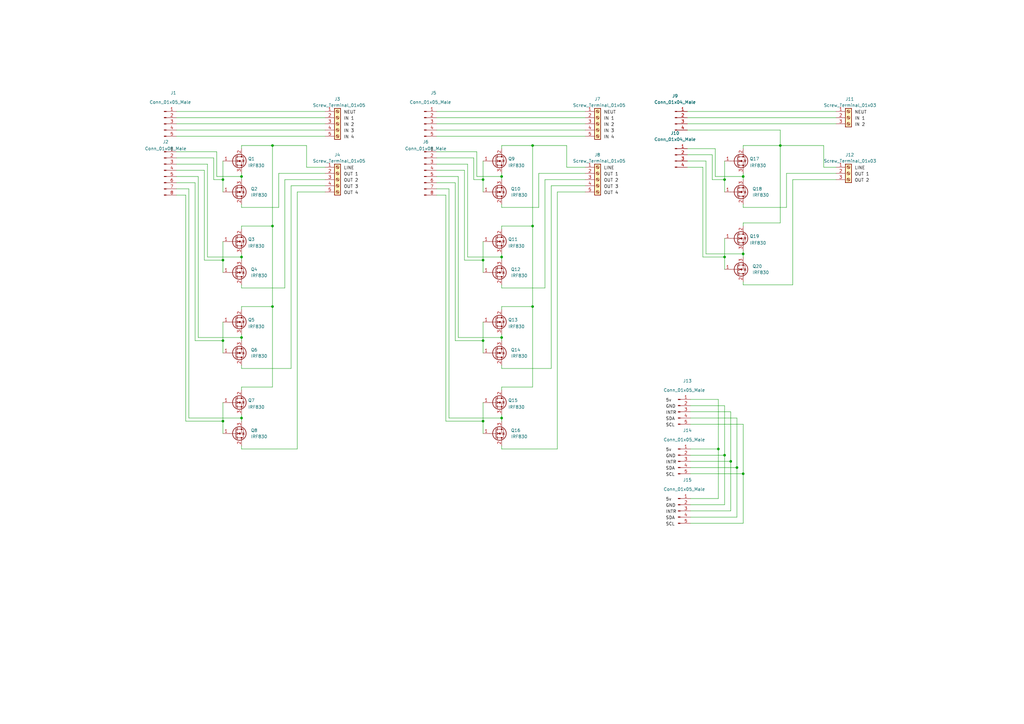
<source format=kicad_sch>
(kicad_sch (version 20211123) (generator eeschema)
  (paper "A3")
  (lib_symbols
    (symbol "Connector:Conn_01x04_Male" (pin_names (offset 1.016) hide)
      (property "Reference" "J" (at 0 5.08 0))
      (property "Value" "Conn_01x04_Male" (at 0 -7.62 0))
      (symbol "Conn_01x04_Male_1_1"
        (polyline (pts (xy 1.27 -5.08) (xy 0.8636 -5.08)) (stroke (width 0.1524)))
        (polyline (pts (xy 1.27 -2.54) (xy 0.8636 -2.54)) (stroke (width 0.1524)))
        (polyline (pts (xy 1.27 0) (xy 0.8636 0)) (stroke (width 0.1524)))
        (polyline (pts (xy 1.27 2.54) (xy 0.8636 2.54)) (stroke (width 0.1524)))
        (rectangle (start 0.8636 -4.953) (end 0 -5.207) (stroke (width 0.1524)) (fill (type outline)))
        (rectangle (start 0.8636 -2.413) (end 0 -2.667) (stroke (width 0.1524)) (fill (type outline)))
        (rectangle (start 0.8636 0.127) (end 0 -0.127) (stroke (width 0.1524)) (fill (type outline)))
        (rectangle (start 0.8636 2.667) (end 0 2.413) (stroke (width 0.1524)) (fill (type outline)))
        (pin passive line (at 5.08 2.54 180) (length 3.81) (name "Pin_1") (number "1"))
        (pin passive line (at 5.08 0 180) (length 3.81) (name "Pin_2") (number "2"))
        (pin passive line (at 5.08 -2.54 180) (length 3.81) (name "Pin_3") (number "3"))
        (pin passive line (at 5.08 -5.08 180) (length 3.81) (name "Pin_4") (number "4"))
      )
    )
    (symbol "Connector:Conn_01x05_Male" (pin_names (offset 1.016) hide)
      (property "Reference" "J" (at 0 7.62 0))
      (property "Value" "Conn_01x05_Male" (at 0 -7.62 0))
      (symbol "Conn_01x05_Male_1_1"
        (polyline (pts (xy 1.27 -5.08) (xy 0.8636 -5.08)) (stroke (width 0.1524)))
        (polyline (pts (xy 1.27 -2.54) (xy 0.8636 -2.54)) (stroke (width 0.1524)))
        (polyline (pts (xy 1.27 0) (xy 0.8636 0)) (stroke (width 0.1524)))
        (polyline (pts (xy 1.27 2.54) (xy 0.8636 2.54)) (stroke (width 0.1524)))
        (polyline (pts (xy 1.27 5.08) (xy 0.8636 5.08)) (stroke (width 0.1524)))
        (rectangle (start 0.8636 -4.953) (end 0 -5.207) (stroke (width 0.1524)) (fill (type outline)))
        (rectangle (start 0.8636 -2.413) (end 0 -2.667) (stroke (width 0.1524)) (fill (type outline)))
        (rectangle (start 0.8636 0.127) (end 0 -0.127) (stroke (width 0.1524)) (fill (type outline)))
        (rectangle (start 0.8636 2.667) (end 0 2.413) (stroke (width 0.1524)) (fill (type outline)))
        (rectangle (start 0.8636 5.207) (end 0 4.953) (stroke (width 0.1524)) (fill (type outline)))
        (pin passive line (at 5.08 5.08 180) (length 3.81) (name "Pin_1") (number "1"))
        (pin passive line (at 5.08 2.54 180) (length 3.81) (name "Pin_2") (number "2"))
        (pin passive line (at 5.08 0 180) (length 3.81) (name "Pin_3") (number "3"))
        (pin passive line (at 5.08 -2.54 180) (length 3.81) (name "Pin_4") (number "4"))
        (pin passive line (at 5.08 -5.08 180) (length 3.81) (name "Pin_5") (number "5"))
      )
    )
    (symbol "Connector:Conn_01x08_Male" (pin_names (offset 1.016) hide)
      (property "Reference" "J" (at 0 10.16 0))
      (property "Value" "Conn_01x08_Male" (at 0 -12.7 0))
      (symbol "Conn_01x08_Male_1_1"
        (polyline (pts (xy 1.27 -10.16) (xy 0.8636 -10.16)) (stroke (width 0.1524)))
        (polyline (pts (xy 1.27 -7.62) (xy 0.8636 -7.62)) (stroke (width 0.1524)))
        (polyline (pts (xy 1.27 -5.08) (xy 0.8636 -5.08)) (stroke (width 0.1524)))
        (polyline (pts (xy 1.27 -2.54) (xy 0.8636 -2.54)) (stroke (width 0.1524)))
        (polyline (pts (xy 1.27 0) (xy 0.8636 0)) (stroke (width 0.1524)))
        (polyline (pts (xy 1.27 2.54) (xy 0.8636 2.54)) (stroke (width 0.1524)))
        (polyline (pts (xy 1.27 5.08) (xy 0.8636 5.08)) (stroke (width 0.1524)))
        (polyline (pts (xy 1.27 7.62) (xy 0.8636 7.62)) (stroke (width 0.1524)))
        (rectangle (start 0.8636 -10.033) (end 0 -10.287) (stroke (width 0.1524)) (fill (type outline)))
        (rectangle (start 0.8636 -7.493) (end 0 -7.747) (stroke (width 0.1524)) (fill (type outline)))
        (rectangle (start 0.8636 -4.953) (end 0 -5.207) (stroke (width 0.1524)) (fill (type outline)))
        (rectangle (start 0.8636 -2.413) (end 0 -2.667) (stroke (width 0.1524)) (fill (type outline)))
        (rectangle (start 0.8636 0.127) (end 0 -0.127) (stroke (width 0.1524)) (fill (type outline)))
        (rectangle (start 0.8636 2.667) (end 0 2.413) (stroke (width 0.1524)) (fill (type outline)))
        (rectangle (start 0.8636 5.207) (end 0 4.953) (stroke (width 0.1524)) (fill (type outline)))
        (rectangle (start 0.8636 7.747) (end 0 7.493) (stroke (width 0.1524)) (fill (type outline)))
        (pin passive line (at 5.08 7.62 180) (length 3.81) (name "Pin_1") (number "1"))
        (pin passive line (at 5.08 5.08 180) (length 3.81) (name "Pin_2") (number "2"))
        (pin passive line (at 5.08 2.54 180) (length 3.81) (name "Pin_3") (number "3"))
        (pin passive line (at 5.08 0 180) (length 3.81) (name "Pin_4") (number "4"))
        (pin passive line (at 5.08 -2.54 180) (length 3.81) (name "Pin_5") (number "5"))
        (pin passive line (at 5.08 -5.08 180) (length 3.81) (name "Pin_6") (number "6"))
        (pin passive line (at 5.08 -7.62 180) (length 3.81) (name "Pin_7") (number "7"))
        (pin passive line (at 5.08 -10.16 180) (length 3.81) (name "Pin_8") (number "8"))
      )
    )
    (symbol "Connector:Screw_Terminal_01x03" (pin_names (offset 1.016) hide)
      (property "Reference" "J" (at 0 5.08 0))
      (property "Value" "Screw_Terminal_01x03" (at 0 -5.08 0))
      (symbol "Screw_Terminal_01x03_1_1"
        (rectangle (start -1.27 3.81) (end 1.27 -3.81) (stroke (width 0.254)) (fill (type background)))
        (circle (center 0 -2.54) (radius 0.635) (stroke (width 0.1524)))
        (polyline (pts (xy -0.5334 -2.2098) (xy 0.3302 -3.048)) (stroke (width 0.1524)))
        (polyline (pts (xy -0.5334 0.3302) (xy 0.3302 -0.508)) (stroke (width 0.1524)))
        (polyline (pts (xy -0.5334 2.8702) (xy 0.3302 2.032)) (stroke (width 0.1524)))
        (polyline (pts (xy -0.3556 -2.032) (xy 0.508 -2.8702)) (stroke (width 0.1524)))
        (polyline (pts (xy -0.3556 0.508) (xy 0.508 -0.3302)) (stroke (width 0.1524)))
        (polyline (pts (xy -0.3556 3.048) (xy 0.508 2.2098)) (stroke (width 0.1524)))
        (circle (center 0 0) (radius 0.635) (stroke (width 0.1524)))
        (circle (center 0 2.54) (radius 0.635) (stroke (width 0.1524)))
        (pin passive line (at -5.08 2.54 0) (length 3.81) (name "Pin_1") (number "1"))
        (pin passive line (at -5.08 0 0) (length 3.81) (name "Pin_2") (number "2"))
        (pin passive line (at -5.08 -2.54 0) (length 3.81) (name "Pin_3") (number "3"))
      )
    )
    (symbol "Connector:Screw_Terminal_01x05" (pin_names (offset 1.016) hide)
      (property "Reference" "J" (at 0 7.62 0))
      (property "Value" "Screw_Terminal_01x05" (at 0 -7.62 0))
      (symbol "Screw_Terminal_01x05_1_1"
        (rectangle (start -1.27 6.35) (end 1.27 -6.35) (stroke (width 0.254)) (fill (type background)))
        (circle (center 0 -5.08) (radius 0.635) (stroke (width 0.1524)))
        (circle (center 0 -2.54) (radius 0.635) (stroke (width 0.1524)))
        (polyline (pts (xy -0.5334 -4.7498) (xy 0.3302 -5.588)) (stroke (width 0.1524)))
        (polyline (pts (xy -0.5334 -2.2098) (xy 0.3302 -3.048)) (stroke (width 0.1524)))
        (polyline (pts (xy -0.5334 0.3302) (xy 0.3302 -0.508)) (stroke (width 0.1524)))
        (polyline (pts (xy -0.5334 2.8702) (xy 0.3302 2.032)) (stroke (width 0.1524)))
        (polyline (pts (xy -0.5334 5.4102) (xy 0.3302 4.572)) (stroke (width 0.1524)))
        (polyline (pts (xy -0.3556 -4.572) (xy 0.508 -5.4102)) (stroke (width 0.1524)))
        (polyline (pts (xy -0.3556 -2.032) (xy 0.508 -2.8702)) (stroke (width 0.1524)))
        (polyline (pts (xy -0.3556 0.508) (xy 0.508 -0.3302)) (stroke (width 0.1524)))
        (polyline (pts (xy -0.3556 3.048) (xy 0.508 2.2098)) (stroke (width 0.1524)))
        (polyline (pts (xy -0.3556 5.588) (xy 0.508 4.7498)) (stroke (width 0.1524)))
        (circle (center 0 0) (radius 0.635) (stroke (width 0.1524)))
        (circle (center 0 2.54) (radius 0.635) (stroke (width 0.1524)))
        (circle (center 0 5.08) (radius 0.635) (stroke (width 0.1524)))
        (pin passive line (at -5.08 5.08 0) (length 3.81) (name "Pin_1") (number "1"))
        (pin passive line (at -5.08 2.54 0) (length 3.81) (name "Pin_2") (number "2"))
        (pin passive line (at -5.08 0 0) (length 3.81) (name "Pin_3") (number "3"))
        (pin passive line (at -5.08 -2.54 0) (length 3.81) (name "Pin_4") (number "4"))
        (pin passive line (at -5.08 -5.08 0) (length 3.81) (name "Pin_5") (number "5"))
      )
    )
    (symbol "Transistor_FET:IRF740" (pin_names hide)
      (property "Reference" "Q" (at 6.35 1.905 0))
      (property "Value" "IRF740" (at 6.35 0 0))
      (symbol "IRF740_0_1"
        (polyline (pts (xy 0.254 0) (xy -2.54 0)))
        (polyline (pts (xy 0.254 1.905) (xy 0.254 -1.905)) (stroke (width 0.254)))
        (polyline (pts (xy 0.762 -1.27) (xy 0.762 -2.286)) (stroke (width 0.254)))
        (polyline (pts (xy 0.762 0.508) (xy 0.762 -0.508)) (stroke (width 0.254)))
        (polyline (pts (xy 0.762 2.286) (xy 0.762 1.27)) (stroke (width 0.254)))
        (polyline (pts (xy 2.54 2.54) (xy 2.54 1.778)))
        (polyline (pts (xy 2.54 -2.54) (xy 2.54 0) (xy 0.762 0)))
        (polyline (pts (xy 0.762 -1.778) (xy 3.302 -1.778) (xy 3.302 1.778) (xy 0.762 1.778)))
        (polyline (pts (xy 1.016 0) (xy 2.032 0.381) (xy 2.032 -0.381) (xy 1.016 0)) (fill (type outline)))
        (polyline (pts (xy 2.794 0.508) (xy 2.921 0.381) (xy 3.683 0.381) (xy 3.81 0.254)))
        (polyline (pts (xy 3.302 0.381) (xy 2.921 -0.254) (xy 3.683 -0.254) (xy 3.302 0.381)))
        (circle (center 1.651 0) (radius 2.794) (stroke (width 0.254)))
        (circle (center 2.54 -1.778) (radius 0.254) (fill (type outline)))
        (circle (center 2.54 1.778) (radius 0.254) (fill (type outline)))
      )
      (symbol "IRF740_1_1"
        (pin input line (at -5.08 0 0) (length 2.54) (name "G") (number "1"))
        (pin passive line (at 2.54 5.08 270) (length 2.54) (name "D") (number "2"))
        (pin passive line (at 2.54 -5.08 90) (length 2.54) (name "S") (number "3"))
      )
    )
  )
  (junction (at 198.12 106.68))
  (junction (at 198.12 172.72))
  (junction (at 91.44 139.7))
  (junction (at 304.8 72.39))
  (junction (at 205.74 72.39))
  (junction (at 99.06 105.41))
  (junction (at 91.44 73.66))
  (junction (at 198.12 73.66))
  (junction (at 297.18 186.69))
  (junction (at 218.44 125.73))
  (junction (at 297.18 105.41))
  (junction (at 111.76 92.71))
  (junction (at 111.76 59.69))
  (junction (at 111.76 125.73))
  (junction (at 218.44 92.71))
  (junction (at 205.74 105.41))
  (junction (at 198.12 139.7))
  (junction (at 304.8 104.14))
  (junction (at 91.44 106.68))
  (junction (at 91.44 172.72))
  (junction (at 304.8 194.31))
  (junction (at 320.04 59.69))
  (junction (at 297.18 73.66))
  (junction (at 205.74 171.45))
  (junction (at 99.06 72.39))
  (junction (at 99.06 171.45))
  (junction (at 299.72 189.23))
  (junction (at 218.44 59.69))
  (junction (at 294.64 184.15))
  (junction (at 99.06 138.43))
  (junction (at 205.74 138.43))
  (junction (at 302.26 191.77))
  (wire (pts (xy 205.74 151.13) (xy 226.06 151.13)))
  (wire (pts (xy 302.26 191.77) (xy 302.26 212.09)))
  (wire (pts (xy 281.94 63.5) (xy 292.1 63.5)))
  (wire (pts (xy 325.12 116.84) (xy 325.12 73.66)))
  (wire (pts (xy 179.07 74.93) (xy 186.69 74.93)))
  (wire (pts (xy 99.06 138.43) (xy 99.06 139.7)))
  (wire (pts (xy 304.8 115.57) (xy 304.8 116.84)))
  (wire (pts (xy 198.12 165.1) (xy 198.12 172.72)))
  (wire (pts (xy 91.44 106.68) (xy 83.82 106.68)))
  (wire (pts (xy 292.1 63.5) (xy 292.1 73.66)))
  (wire (pts (xy 91.44 106.68) (xy 91.44 111.76)))
  (wire (pts (xy 223.52 118.11) (xy 223.52 73.66)))
  (wire (pts (xy 223.52 73.66) (xy 240.03 73.66)))
  (wire (pts (xy 297.18 66.04) (xy 297.18 73.66)))
  (wire (pts (xy 294.64 184.15) (xy 283.21 184.15)))
  (wire (pts (xy 72.39 62.23) (xy 88.9 62.23)))
  (wire (pts (xy 179.07 67.31) (xy 191.77 67.31)))
  (wire (pts (xy 320.04 91.44) (xy 320.04 59.69)))
  (wire (pts (xy 281.94 68.58) (xy 288.29 68.58)))
  (wire (pts (xy 304.8 104.14) (xy 304.8 102.87)))
  (wire (pts (xy 205.74 92.71) (xy 218.44 92.71)))
  (wire (pts (xy 119.38 151.13) (xy 119.38 76.2)))
  (wire (pts (xy 91.44 165.1) (xy 91.44 172.72)))
  (wire (pts (xy 198.12 172.72) (xy 198.12 177.8)))
  (wire (pts (xy 281.94 66.04) (xy 289.56 66.04)))
  (wire (pts (xy 83.82 69.85) (xy 83.82 106.68)))
  (wire (pts (xy 302.26 171.45) (xy 302.26 191.77)))
  (wire (pts (xy 76.2 80.01) (xy 76.2 172.72)))
  (wire (pts (xy 205.74 125.73) (xy 205.74 127)))
  (wire (pts (xy 283.21 194.31) (xy 304.8 194.31)))
  (wire (pts (xy 304.8 194.31) (xy 304.8 214.63)))
  (wire (pts (xy 205.74 149.86) (xy 205.74 151.13)))
  (wire (pts (xy 226.06 151.13) (xy 226.06 76.2)))
  (wire (pts (xy 297.18 166.37) (xy 297.18 186.69)))
  (wire (pts (xy 186.69 74.93) (xy 186.69 139.7)))
  (wire (pts (xy 179.07 69.85) (xy 190.5 69.85)))
  (wire (pts (xy 72.39 72.39) (xy 81.28 72.39)))
  (wire (pts (xy 72.39 74.93) (xy 80.01 74.93)))
  (wire (pts (xy 72.39 69.85) (xy 83.82 69.85)))
  (wire (pts (xy 99.06 59.69) (xy 111.76 59.69)))
  (wire (pts (xy 179.07 77.47) (xy 184.15 77.47)))
  (wire (pts (xy 283.21 204.47) (xy 294.64 204.47)))
  (wire (pts (xy 218.44 92.71) (xy 218.44 125.73)))
  (wire (pts (xy 297.18 97.79) (xy 297.18 105.41)))
  (wire (pts (xy 87.63 64.77) (xy 87.63 73.66)))
  (wire (pts (xy 205.74 83.82) (xy 205.74 85.09)))
  (wire (pts (xy 304.8 72.39) (xy 304.8 73.66)))
  (wire (pts (xy 198.12 99.06) (xy 198.12 106.68)))
  (wire (pts (xy 205.74 92.71) (xy 205.74 93.98)))
  (wire (pts (xy 198.12 66.04) (xy 198.12 73.66)))
  (wire (pts (xy 88.9 72.39) (xy 99.06 72.39)))
  (wire (pts (xy 205.74 59.69) (xy 205.74 60.96)))
  (wire (pts (xy 111.76 125.73) (xy 111.76 158.75)))
  (wire (pts (xy 320.04 59.69) (xy 320.04 53.34)))
  (wire (pts (xy 297.18 73.66) (xy 297.18 78.74)))
  (wire (pts (xy 293.37 72.39) (xy 304.8 72.39)))
  (wire (pts (xy 99.06 171.45) (xy 99.06 172.72)))
  (wire (pts (xy 299.72 189.23) (xy 299.72 209.55)))
  (wire (pts (xy 99.06 92.71) (xy 111.76 92.71)))
  (wire (pts (xy 91.44 73.66) (xy 91.44 78.74)))
  (wire (pts (xy 304.8 91.44) (xy 304.8 92.71)))
  (wire (pts (xy 205.74 105.41) (xy 205.74 106.68)))
  (wire (pts (xy 179.07 80.01) (xy 182.88 80.01)))
  (wire (pts (xy 99.06 184.15) (xy 121.92 184.15)))
  (wire (pts (xy 294.64 163.83) (xy 294.64 184.15)))
  (wire (pts (xy 99.06 158.75) (xy 99.06 160.02)))
  (wire (pts (xy 182.88 80.01) (xy 182.88 172.72)))
  (wire (pts (xy 205.74 72.39) (xy 205.74 73.66)))
  (wire (pts (xy 99.06 182.88) (xy 99.06 184.15)))
  (wire (pts (xy 91.44 139.7) (xy 91.44 144.78)))
  (wire (pts (xy 179.07 53.34) (xy 240.03 53.34)))
  (wire (pts (xy 228.6 78.74) (xy 240.03 78.74)))
  (wire (pts (xy 179.07 64.77) (xy 194.31 64.77)))
  (wire (pts (xy 304.8 59.69) (xy 320.04 59.69)))
  (wire (pts (xy 337.82 68.58) (xy 337.82 59.69)))
  (wire (pts (xy 283.21 191.77) (xy 302.26 191.77)))
  (wire (pts (xy 281.94 48.26) (xy 342.9 48.26)))
  (wire (pts (xy 99.06 85.09) (xy 114.3 85.09)))
  (wire (pts (xy 125.73 68.58) (xy 125.73 59.69)))
  (wire (pts (xy 218.44 158.75) (xy 205.74 158.75)))
  (wire (pts (xy 91.44 139.7) (xy 80.01 139.7)))
  (wire (pts (xy 111.76 59.69) (xy 125.73 59.69)))
  (wire (pts (xy 218.44 59.69) (xy 218.44 92.71)))
  (wire (pts (xy 121.92 184.15) (xy 121.92 78.74)))
  (wire (pts (xy 99.06 105.41) (xy 99.06 106.68)))
  (wire (pts (xy 116.84 118.11) (xy 116.84 73.66)))
  (wire (pts (xy 184.15 77.47) (xy 184.15 171.45)))
  (wire (pts (xy 91.44 172.72) (xy 91.44 177.8)))
  (wire (pts (xy 228.6 184.15) (xy 228.6 78.74)))
  (wire (pts (xy 179.07 50.8) (xy 240.03 50.8)))
  (wire (pts (xy 99.06 125.73) (xy 99.06 127)))
  (wire (pts (xy 198.12 139.7) (xy 198.12 144.78)))
  (wire (pts (xy 179.07 45.72) (xy 240.03 45.72)))
  (wire (pts (xy 304.8 72.39) (xy 304.8 71.12)))
  (wire (pts (xy 304.8 116.84) (xy 325.12 116.84)))
  (wire (pts (xy 283.21 163.83) (xy 294.64 163.83)))
  (wire (pts (xy 85.09 67.31) (xy 85.09 105.41)))
  (wire (pts (xy 226.06 76.2) (xy 240.03 76.2)))
  (wire (pts (xy 220.98 85.09) (xy 220.98 71.12)))
  (wire (pts (xy 114.3 71.12) (xy 133.35 71.12)))
  (wire (pts (xy 72.39 64.77) (xy 87.63 64.77)))
  (wire (pts (xy 289.56 66.04) (xy 289.56 104.14)))
  (wire (pts (xy 133.35 68.58) (xy 125.73 68.58)))
  (wire (pts (xy 232.41 68.58) (xy 232.41 59.69)))
  (wire (pts (xy 320.04 59.69) (xy 337.82 59.69)))
  (wire (pts (xy 283.21 207.01) (xy 297.18 207.01)))
  (wire (pts (xy 111.76 158.75) (xy 99.06 158.75)))
  (wire (pts (xy 283.21 173.99) (xy 304.8 173.99)))
  (wire (pts (xy 99.06 151.13) (xy 119.38 151.13)))
  (wire (pts (xy 72.39 45.72) (xy 133.35 45.72)))
  (wire (pts (xy 77.47 77.47) (xy 77.47 171.45)))
  (wire (pts (xy 99.06 171.45) (xy 77.47 171.45)))
  (wire (pts (xy 205.74 71.12) (xy 205.74 72.39)))
  (wire (pts (xy 190.5 69.85) (xy 190.5 106.68)))
  (wire (pts (xy 187.96 72.39) (xy 187.96 138.43)))
  (wire (pts (xy 322.58 71.12) (xy 342.9 71.12)))
  (wire (pts (xy 72.39 80.01) (xy 76.2 80.01)))
  (wire (pts (xy 72.39 53.34) (xy 133.35 53.34)))
  (wire (pts (xy 205.74 104.14) (xy 205.74 105.41)))
  (wire (pts (xy 293.37 60.96) (xy 293.37 72.39)))
  (wire (pts (xy 205.74 171.45) (xy 184.15 171.45)))
  (wire (pts (xy 72.39 77.47) (xy 77.47 77.47)))
  (wire (pts (xy 91.44 132.08) (xy 91.44 139.7)))
  (wire (pts (xy 114.3 85.09) (xy 114.3 71.12)))
  (wire (pts (xy 198.12 73.66) (xy 198.12 78.74)))
  (wire (pts (xy 304.8 104.14) (xy 304.8 105.41)))
  (wire (pts (xy 179.07 62.23) (xy 195.58 62.23)))
  (wire (pts (xy 299.72 168.91) (xy 299.72 189.23)))
  (wire (pts (xy 88.9 62.23) (xy 88.9 72.39)))
  (wire (pts (xy 304.8 85.09) (xy 322.58 85.09)))
  (wire (pts (xy 281.94 50.8) (xy 342.9 50.8)))
  (wire (pts (xy 72.39 55.88) (xy 133.35 55.88)))
  (wire (pts (xy 289.56 104.14) (xy 304.8 104.14)))
  (wire (pts (xy 288.29 105.41) (xy 297.18 105.41)))
  (wire (pts (xy 205.74 138.43) (xy 205.74 139.7)))
  (wire (pts (xy 116.84 73.66) (xy 133.35 73.66)))
  (wire (pts (xy 99.06 170.18) (xy 99.06 171.45)))
  (wire (pts (xy 119.38 76.2) (xy 133.35 76.2)))
  (wire (pts (xy 198.12 106.68) (xy 190.5 106.68)))
  (wire (pts (xy 325.12 73.66) (xy 342.9 73.66)))
  (wire (pts (xy 240.03 68.58) (xy 232.41 68.58)))
  (wire (pts (xy 283.21 166.37) (xy 297.18 166.37)))
  (wire (pts (xy 304.8 173.99) (xy 304.8 194.31)))
  (wire (pts (xy 179.07 48.26) (xy 240.03 48.26)))
  (wire (pts (xy 322.58 71.12) (xy 322.58 85.09)))
  (wire (pts (xy 99.06 118.11) (xy 116.84 118.11)))
  (wire (pts (xy 288.29 68.58) (xy 288.29 105.41)))
  (wire (pts (xy 304.8 214.63) (xy 283.21 214.63)))
  (wire (pts (xy 205.74 137.16) (xy 205.74 138.43)))
  (wire (pts (xy 297.18 207.01) (xy 297.18 186.69)))
  (wire (pts (xy 111.76 59.69) (xy 111.76 92.71)))
  (wire (pts (xy 194.31 64.77) (xy 194.31 73.66)))
  (wire (pts (xy 205.74 118.11) (xy 223.52 118.11)))
  (wire (pts (xy 292.1 73.66) (xy 297.18 73.66)))
  (wire (pts (xy 99.06 138.43) (xy 81.28 138.43)))
  (wire (pts (xy 205.74 158.75) (xy 205.74 160.02)))
  (wire (pts (xy 304.8 83.82) (xy 304.8 85.09)))
  (wire (pts (xy 72.39 50.8) (xy 133.35 50.8)))
  (wire (pts (xy 72.39 67.31) (xy 85.09 67.31)))
  (wire (pts (xy 99.06 72.39) (xy 99.06 73.66)))
  (wire (pts (xy 218.44 59.69) (xy 232.41 59.69)))
  (wire (pts (xy 80.01 74.93) (xy 80.01 139.7)))
  (wire (pts (xy 72.39 48.26) (xy 133.35 48.26)))
  (wire (pts (xy 99.06 92.71) (xy 99.06 93.98)))
  (wire (pts (xy 87.63 73.66) (xy 91.44 73.66)))
  (wire (pts (xy 281.94 53.34) (xy 320.04 53.34)))
  (wire (pts (xy 111.76 92.71) (xy 111.76 125.73)))
  (wire (pts (xy 283.21 171.45) (xy 302.26 171.45)))
  (wire (pts (xy 205.74 116.84) (xy 205.74 118.11)))
  (wire (pts (xy 297.18 105.41) (xy 297.18 110.49)))
  (wire (pts (xy 191.77 67.31) (xy 191.77 105.41)))
  (wire (pts (xy 205.74 170.18) (xy 205.74 171.45)))
  (wire (pts (xy 205.74 105.41) (xy 191.77 105.41)))
  (wire (pts (xy 179.07 55.88) (xy 240.03 55.88)))
  (wire (pts (xy 198.12 106.68) (xy 198.12 111.76)))
  (wire (pts (xy 205.74 125.73) (xy 218.44 125.73)))
  (wire (pts (xy 283.21 168.91) (xy 299.72 168.91)))
  (wire (pts (xy 302.26 212.09) (xy 283.21 212.09)))
  (wire (pts (xy 205.74 59.69) (xy 218.44 59.69)))
  (wire (pts (xy 99.06 137.16) (xy 99.06 138.43)))
  (wire (pts (xy 99.06 59.69) (xy 99.06 60.96)))
  (wire (pts (xy 179.07 72.39) (xy 187.96 72.39)))
  (wire (pts (xy 99.06 104.14) (xy 99.06 105.41)))
  (wire (pts (xy 99.06 116.84) (xy 99.06 118.11)))
  (wire (pts (xy 195.58 62.23) (xy 195.58 72.39)))
  (wire (pts (xy 194.31 73.66) (xy 198.12 73.66)))
  (wire (pts (xy 99.06 105.41) (xy 85.09 105.41)))
  (wire (pts (xy 342.9 68.58) (xy 337.82 68.58)))
  (wire (pts (xy 99.06 125.73) (xy 111.76 125.73)))
  (wire (pts (xy 99.06 71.12) (xy 99.06 72.39)))
  (wire (pts (xy 198.12 132.08) (xy 198.12 139.7)))
  (wire (pts (xy 205.74 85.09) (xy 220.98 85.09)))
  (wire (pts (xy 304.8 59.69) (xy 304.8 60.96)))
  (wire (pts (xy 304.8 91.44) (xy 320.04 91.44)))
  (wire (pts (xy 99.06 149.86) (xy 99.06 151.13)))
  (wire (pts (xy 198.12 172.72) (xy 182.88 172.72)))
  (wire (pts (xy 91.44 172.72) (xy 76.2 172.72)))
  (wire (pts (xy 205.74 184.15) (xy 228.6 184.15)))
  (wire (pts (xy 195.58 72.39) (xy 205.74 72.39)))
  (wire (pts (xy 121.92 78.74) (xy 133.35 78.74)))
  (wire (pts (xy 220.98 71.12) (xy 240.03 71.12)))
  (wire (pts (xy 283.21 189.23) (xy 299.72 189.23)))
  (wire (pts (xy 198.12 139.7) (xy 186.69 139.7)))
  (wire (pts (xy 297.18 186.69) (xy 283.21 186.69)))
  (wire (pts (xy 205.74 182.88) (xy 205.74 184.15)))
  (wire (pts (xy 218.44 125.73) (xy 218.44 158.75)))
  (wire (pts (xy 205.74 138.43) (xy 187.96 138.43)))
  (wire (pts (xy 91.44 66.04) (xy 91.44 73.66)))
  (wire (pts (xy 81.28 72.39) (xy 81.28 138.43)))
  (wire (pts (xy 99.06 83.82) (xy 99.06 85.09)))
  (wire (pts (xy 299.72 209.55) (xy 283.21 209.55)))
  (wire (pts (xy 281.94 60.96) (xy 293.37 60.96)))
  (wire (pts (xy 294.64 204.47) (xy 294.64 184.15)))
  (wire (pts (xy 91.44 99.06) (xy 91.44 106.68)))
  (wire (pts (xy 205.74 171.45) (xy 205.74 172.72)))
  (wire (pts (xy 281.94 45.72) (xy 342.9 45.72)))
  (label "OUT 2" (at 247.65 74.93 0))
  (label "OUT 1" (at 247.65 72.39 0))
  (label "OUT 4" (at 247.65 80.01 0))
  (label "OUT 4" (at 140.97 80.01 0))
  (label "INTR" (at 273.05 190.5 0))
  (label "LINE" (at 140.97 69.85 0))
  (label "NEUT" (at 247.65 46.99 0))
  (label "IN 2" (at 247.65 52.07 0))
  (label "NEUT" (at 350.52 46.99 0))
  (label "SDA" (at 273.05 213.36 0))
  (label "IN 4" (at 140.97 57.15 0))
  (label "SCL" (at 273.05 215.9 0))
  (label "SCL" (at 273.05 175.26 0))
  (label "NEUT" (at 140.97 46.99 0))
  (label "SCL" (at 273.05 195.58 0))
  (label "IN 1" (at 350.52 49.53 0))
  (label "OUT 3" (at 140.97 77.47 0))
  (label "OUT 1" (at 140.97 72.39 0))
  (label "OUT 1" (at 350.52 72.39 0))
  (label "INTR" (at 273.05 170.18 0))
  (label "IN 2" (at 140.97 52.07 0))
  (label "5v" (at 273.05 165.1 0))
  (label "IN 3" (at 140.97 54.61 0))
  (label "OUT 2" (at 350.52 74.93 0))
  (label "OUT 2" (at 140.97 74.93 0))
  (label "5v" (at 273.05 205.74 0))
  (label "LINE" (at 350.52 69.85 0))
  (label "OUT 3" (at 247.65 77.47 0))
  (label "GND" (at 273.05 187.96 0))
  (label "IN 4" (at 247.65 57.15 0))
  (label "LINE" (at 247.65 69.85 0))
  (label "GND" (at 273.05 167.64 0))
  (label "IN 1" (at 247.65 49.53 0))
  (label "5v" (at 273.05 185.42 0))
  (label "IN 2" (at 350.52 52.07 0))
  (label "SDA" (at 273.05 172.72 0))
  (label "IN 3" (at 247.65 54.61 0))
  (label "SDA" (at 273.05 193.04 0))
  (label "INTR" (at 273.05 210.82 0))
  (label "GND" (at 273.05 208.28 0))
  (label "IN 1" (at 140.97 49.53 0))
  (symbol (lib_id "Connector:Screw_Terminal_01x03") (at 347.98 71.12 0) (unit 1)
    (property "Reference" "J12" (at 346.71 63.5 0) (effects (justify left)))
    (property "Value" "Screw_Terminal_01x03" (at 337.82 66.04 0) (effects (justify left)))
    (property "Footprint" "TerminalBlock:TerminalBlock_bornier-3_P5.08mm" (effects hide))
  )
  (symbol (lib_id "Transistor_FET:IRF740") (at 96.52 66.04 0) (unit 1)
    (property "Reference" "Q1" (at 101.727 65.1315 0) (effects (justify left)))
    (property "Value" "IRF830" (at 101.727 67.9066 0) (effects (justify left)))
    (property "Footprint" "Package_TO_SOT_SMD:TO-263-3_TabPin2" (effects hide))
    (property "Datasheet" "https://datasheet.lcsc.com/lcsc/2006291614_VBsemi-Elec-IRF830ASTRL_C693297.pdf" (effects hide))
    (property "LCSC" "C693297" (effects hide))
  )
  (symbol (lib_id "Connector:Screw_Terminal_01x05") (at 245.11 50.8 0) (unit 1)
    (property "Reference" "J7" (at 243.84 40.64 0) (effects (justify left)))
    (property "Value" "Screw_Terminal_01x05" (at 234.95 43.18 0) (effects (justify left)))
    (property "Footprint" "TerminalBlock:TerminalBlock_bornier-5_P5.08mm" (effects hide))
  )
  (symbol (lib_id "Connector:Conn_01x05_Male") (at 278.13 189.23 0) (unit 1)
    (property "Reference" "J14" (at 281.94 176.53 0))
    (property "Value" "Conn_01x05_Male" (at 280.67 180.34 0))
    (property "Footprint" "Connector_PinHeader_2.54mm:PinHeader_1x05_P2.54mm_Vertical" (effects hide))
  )
  (symbol (lib_id "Connector:Screw_Terminal_01x05") (at 138.43 73.66 0) (unit 1)
    (property "Reference" "J4" (at 137.16 63.5 0) (effects (justify left)))
    (property "Value" "Screw_Terminal_01x05" (at 128.27 66.04 0) (effects (justify left)))
    (property "Footprint" "TerminalBlock:TerminalBlock_bornier-5_P5.08mm" (effects hide))
  )
  (symbol (lib_id "Transistor_FET:IRF740") (at 302.26 97.79 0) (unit 1)
    (property "Reference" "Q19" (at 307.467 96.8815 0) (effects (justify left)))
    (property "Value" "IRF830" (at 307.467 99.6566 0) (effects (justify left)))
    (property "Footprint" "Package_TO_SOT_SMD:TO-263-3_TabPin2" (effects hide))
    (property "Datasheet" "https://datasheet.lcsc.com/lcsc/2006291614_VBsemi-Elec-IRF830ASTRL_C693297.pdf" (effects hide))
    (property "LCSC" "C693297" (effects hide))
  )
  (symbol (lib_id "Transistor_FET:IRF740") (at 96.52 144.78 0) (mirror x) (unit 1)
    (property "Reference" "Q6" (at 102.87 143.5099 0) (effects (justify left)))
    (property "Value" "IRF830" (at 102.87 146.0499 0) (effects (justify left)))
    (property "Footprint" "Package_TO_SOT_SMD:TO-263-3_TabPin2" (effects hide))
    (property "Datasheet" "https://datasheet.lcsc.com/lcsc/2006291614_VBsemi-Elec-IRF830ASTRL_C693297.pdf" (effects hide))
    (property "LCSC" "C693297" (effects hide))
  )
  (symbol (lib_id "Connector:Conn_01x04_Male") (at 276.86 63.5 0) (unit 1)
    (property "Reference" "J10" (at 276.86 54.61 0))
    (property "Value" "Conn_01x04_Male" (at 276.86 57.15 0))
    (property "Footprint" "Connector_PinHeader_2.54mm:PinHeader_1x04_P2.54mm_Vertical" (effects hide))
  )
  (symbol (lib_id "Connector:Conn_01x04_Male") (at 276.86 48.26 0) (unit 1)
    (property "Reference" "J9" (at 276.86 39.37 0))
    (property "Value" "Conn_01x04_Male" (at 276.86 41.91 0))
    (property "Footprint" "Connector_PinHeader_2.54mm:PinHeader_1x04_P2.54mm_Vertical" (effects hide))
  )
  (symbol (lib_id "Connector:Screw_Terminal_01x03") (at 347.98 48.26 0) (unit 1)
    (property "Reference" "J11" (at 346.71 40.64 0) (effects (justify left)))
    (property "Value" "Screw_Terminal_01x03" (at 337.82 43.18 0) (effects (justify left)))
    (property "Footprint" "TerminalBlock:TerminalBlock_bornier-3_P5.08mm" (effects hide))
  )
  (symbol (lib_id "Transistor_FET:IRF740") (at 203.2 177.8 0) (mirror x) (unit 1)
    (property "Reference" "Q16" (at 209.55 176.5299 0) (effects (justify left)))
    (property "Value" "IRF830" (at 209.55 179.0699 0) (effects (justify left)))
    (property "Footprint" "Package_TO_SOT_SMD:TO-263-3_TabPin2" (effects hide))
    (property "Datasheet" "https://datasheet.lcsc.com/lcsc/2006291614_VBsemi-Elec-IRF830ASTRL_C693297.pdf" (effects hide))
    (property "LCSC" "C693297" (effects hide))
  )
  (symbol (lib_id "Connector:Conn_01x08_Male") (at 173.99 69.85 0) (unit 1)
    (property "Reference" "J6" (at 174.625 58.1873 0))
    (property "Value" "Conn_01x08_Male" (at 174.625 60.9624 0))
    (property "Footprint" "Connector_PinHeader_2.54mm:PinHeader_1x08_P2.54mm_Vertical" (effects hide))
  )
  (symbol (lib_id "Transistor_FET:IRF740") (at 203.2 144.78 0) (mirror x) (unit 1)
    (property "Reference" "Q14" (at 209.55 143.5099 0) (effects (justify left)))
    (property "Value" "IRF830" (at 209.55 146.0499 0) (effects (justify left)))
    (property "Footprint" "Package_TO_SOT_SMD:TO-263-3_TabPin2" (effects hide))
    (property "Datasheet" "https://datasheet.lcsc.com/lcsc/2006291614_VBsemi-Elec-IRF830ASTRL_C693297.pdf" (effects hide))
    (property "LCSC" "C693297" (effects hide))
  )
  (symbol (lib_id "Transistor_FET:IRF740") (at 203.2 111.76 0) (mirror x) (unit 1)
    (property "Reference" "Q12" (at 209.55 110.4899 0) (effects (justify left)))
    (property "Value" "IRF830" (at 209.55 113.0299 0) (effects (justify left)))
    (property "Footprint" "Package_TO_SOT_SMD:TO-263-3_TabPin2" (effects hide))
    (property "Datasheet" "https://datasheet.lcsc.com/lcsc/2006291614_VBsemi-Elec-IRF830ASTRL_C693297.pdf" (effects hide))
    (property "LCSC" "C693297" (effects hide))
  )
  (symbol (lib_id "Transistor_FET:IRF740") (at 96.52 132.08 0) (unit 1)
    (property "Reference" "Q5" (at 101.727 131.1715 0) (effects (justify left)))
    (property "Value" "IRF830" (at 101.727 133.9466 0) (effects (justify left)))
    (property "Footprint" "Package_TO_SOT_SMD:TO-263-3_TabPin2" (effects hide))
    (property "Datasheet" "https://datasheet.lcsc.com/lcsc/2006291614_VBsemi-Elec-IRF830ASTRL_C693297.pdf" (effects hide))
    (property "LCSC" "C693297" (effects hide))
  )
  (symbol (lib_id "Transistor_FET:IRF740") (at 302.26 110.49 0) (mirror x) (unit 1)
    (property "Reference" "Q20" (at 308.61 109.2199 0) (effects (justify left)))
    (property "Value" "IRF830" (at 308.61 111.7599 0) (effects (justify left)))
    (property "Footprint" "Package_TO_SOT_SMD:TO-263-3_TabPin2" (effects hide))
    (property "Datasheet" "https://datasheet.lcsc.com/lcsc/2006291614_VBsemi-Elec-IRF830ASTRL_C693297.pdf" (effects hide))
    (property "LCSC" "C693297" (effects hide))
  )
  (symbol (lib_id "Connector:Conn_01x05_Male") (at 278.13 209.55 0) (unit 1)
    (property "Reference" "J15" (at 281.94 196.85 0))
    (property "Value" "Conn_01x05_Male" (at 280.67 200.66 0))
    (property "Footprint" "Connector_PinHeader_2.54mm:PinHeader_1x05_P2.54mm_Vertical" (effects hide))
  )
  (symbol (lib_id "Connector:Conn_01x05_Male") (at 67.31 50.8 0) (unit 1)
    (property "Reference" "J1" (at 71.12 38.1 0))
    (property "Value" "Conn_01x05_Male" (at 69.85 41.91 0))
    (property "Footprint" "Connector_PinHeader_2.54mm:PinHeader_1x05_P2.54mm_Vertical" (effects hide))
  )
  (symbol (lib_id "Transistor_FET:IRF740") (at 203.2 78.74 0) (mirror x) (unit 1)
    (property "Reference" "Q10" (at 209.55 77.4699 0) (effects (justify left)))
    (property "Value" "IRF830" (at 209.55 80.0099 0) (effects (justify left)))
    (property "Footprint" "Package_TO_SOT_SMD:TO-263-3_TabPin2" (effects hide))
    (property "Datasheet" "https://datasheet.lcsc.com/lcsc/2006291614_VBsemi-Elec-IRF830ASTRL_C693297.pdf" (effects hide))
    (property "LCSC" "C693297" (effects hide))
  )
  (symbol (lib_id "Transistor_FET:IRF740") (at 96.52 78.74 0) (mirror x) (unit 1)
    (property "Reference" "Q2" (at 102.87 77.4699 0) (effects (justify left)))
    (property "Value" "IRF830" (at 102.87 80.0099 0) (effects (justify left)))
    (property "Footprint" "Package_TO_SOT_SMD:TO-263-3_TabPin2" (effects hide))
    (property "Datasheet" "https://datasheet.lcsc.com/lcsc/2006291614_VBsemi-Elec-IRF830ASTRL_C693297.pdf" (effects hide))
    (property "LCSC" "C693297" (effects hide))
  )
  (symbol (lib_id "Transistor_FET:IRF740") (at 203.2 99.06 0) (unit 1)
    (property "Reference" "Q11" (at 208.407 98.1515 0) (effects (justify left)))
    (property "Value" "IRF830" (at 208.407 100.9266 0) (effects (justify left)))
    (property "Footprint" "Package_TO_SOT_SMD:TO-263-3_TabPin2" (effects hide))
    (property "Datasheet" "https://datasheet.lcsc.com/lcsc/2006291614_VBsemi-Elec-IRF830ASTRL_C693297.pdf" (effects hide))
    (property "LCSC" "C693297" (effects hide))
  )
  (symbol (lib_id "Transistor_FET:IRF740") (at 302.26 78.74 0) (mirror x) (unit 1)
    (property "Reference" "Q18" (at 308.61 77.4699 0) (effects (justify left)))
    (property "Value" "IRF830" (at 308.61 80.0099 0) (effects (justify left)))
    (property "Footprint" "Package_TO_SOT_SMD:TO-263-3_TabPin2" (effects hide))
    (property "Datasheet" "https://datasheet.lcsc.com/lcsc/2006291614_VBsemi-Elec-IRF830ASTRL_C693297.pdf" (effects hide))
    (property "LCSC" "C693297" (effects hide))
  )
  (symbol (lib_id "Transistor_FET:IRF740") (at 96.52 111.76 0) (mirror x) (unit 1)
    (property "Reference" "Q4" (at 102.87 110.4899 0) (effects (justify left)))
    (property "Value" "IRF830" (at 102.87 113.0299 0) (effects (justify left)))
    (property "Footprint" "Package_TO_SOT_SMD:TO-263-3_TabPin2" (effects hide))
    (property "Datasheet" "https://datasheet.lcsc.com/lcsc/2006291614_VBsemi-Elec-IRF830ASTRL_C693297.pdf" (effects hide))
    (property "LCSC" "C693297" (effects hide))
  )
  (symbol (lib_id "Transistor_FET:IRF740") (at 203.2 165.1 0) (unit 1)
    (property "Reference" "Q15" (at 208.407 164.1915 0) (effects (justify left)))
    (property "Value" "IRF830" (at 208.407 166.9666 0) (effects (justify left)))
    (property "Footprint" "Package_TO_SOT_SMD:TO-263-3_TabPin2" (effects hide))
    (property "Datasheet" "https://datasheet.lcsc.com/lcsc/2006291614_VBsemi-Elec-IRF830ASTRL_C693297.pdf" (effects hide))
    (property "LCSC" "C693297" (effects hide))
  )
  (symbol (lib_id "Connector:Conn_01x05_Male") (at 173.99 50.8 0) (unit 1)
    (property "Reference" "J5" (at 177.8 38.1 0))
    (property "Value" "Conn_01x05_Male" (at 176.53 41.91 0))
    (property "Footprint" "Connector_PinHeader_2.54mm:PinHeader_1x05_P2.54mm_Vertical" (effects hide))
  )
  (symbol (lib_id "Transistor_FET:IRF740") (at 96.52 99.06 0) (unit 1)
    (property "Reference" "Q3" (at 101.727 98.1515 0) (effects (justify left)))
    (property "Value" "IRF830" (at 101.727 100.9266 0) (effects (justify left)))
    (property "Footprint" "Package_TO_SOT_SMD:TO-263-3_TabPin2" (effects hide))
    (property "Datasheet" "https://datasheet.lcsc.com/lcsc/2006291614_VBsemi-Elec-IRF830ASTRL_C693297.pdf" (effects hide))
    (property "LCSC" "C693297" (effects hide))
  )
  (symbol (lib_id "Transistor_FET:IRF740") (at 203.2 66.04 0) (unit 1)
    (property "Reference" "Q9" (at 208.407 65.1315 0) (effects (justify left)))
    (property "Value" "IRF830" (at 208.407 67.9066 0) (effects (justify left)))
    (property "Footprint" "Package_TO_SOT_SMD:TO-263-3_TabPin2" (effects hide))
    (property "Datasheet" "https://datasheet.lcsc.com/lcsc/2006291614_VBsemi-Elec-IRF830ASTRL_C693297.pdf" (effects hide))
    (property "LCSC" "C693297" (effects hide))
  )
  (symbol (lib_id "Transistor_FET:IRF740") (at 302.26 66.04 0) (unit 1)
    (property "Reference" "Q17" (at 307.467 65.1315 0) (effects (justify left)))
    (property "Value" "IRF830" (at 307.467 67.9066 0) (effects (justify left)))
    (property "Footprint" "Package_TO_SOT_SMD:TO-263-3_TabPin2" (effects hide))
    (property "Datasheet" "https://datasheet.lcsc.com/lcsc/2006291614_VBsemi-Elec-IRF830ASTRL_C693297.pdf" (effects hide))
    (property "LCSC" "C693297" (effects hide))
  )
  (symbol (lib_id "Transistor_FET:IRF740") (at 96.52 165.1 0) (unit 1)
    (property "Reference" "Q7" (at 101.727 164.1915 0) (effects (justify left)))
    (property "Value" "IRF830" (at 101.727 166.9666 0) (effects (justify left)))
    (property "Footprint" "Package_TO_SOT_SMD:TO-263-3_TabPin2" (effects hide))
    (property "Datasheet" "https://datasheet.lcsc.com/lcsc/2006291614_VBsemi-Elec-IRF830ASTRL_C693297.pdf" (effects hide))
    (property "LCSC" "C693297" (effects hide))
  )
  (symbol (lib_id "Connector:Screw_Terminal_01x05") (at 245.11 73.66 0) (unit 1)
    (property "Reference" "J8" (at 243.84 63.5 0) (effects (justify left)))
    (property "Value" "Screw_Terminal_01x05" (at 234.95 66.04 0) (effects (justify left)))
    (property "Footprint" "TerminalBlock:TerminalBlock_bornier-5_P5.08mm" (effects hide))
  )
  (symbol (lib_id "Connector:Screw_Terminal_01x05") (at 138.43 50.8 0) (unit 1)
    (property "Reference" "J3" (at 137.16 40.64 0) (effects (justify left)))
    (property "Value" "Screw_Terminal_01x05" (at 128.27 43.18 0) (effects (justify left)))
    (property "Footprint" "TerminalBlock:TerminalBlock_bornier-5_P5.08mm" (effects hide))
  )
  (symbol (lib_id "Connector:Conn_01x08_Male") (at 67.31 69.85 0) (unit 1)
    (property "Reference" "J2" (at 67.945 58.1873 0))
    (property "Value" "Conn_01x08_Male" (at 67.945 60.9624 0))
    (property "Footprint" "Connector_PinHeader_2.54mm:PinHeader_1x08_P2.54mm_Vertical" (effects hide))
  )
  (symbol (lib_id "Transistor_FET:IRF740") (at 203.2 132.08 0) (unit 1)
    (property "Reference" "Q13" (at 208.407 131.1715 0) (effects (justify left)))
    (property "Value" "IRF830" (at 208.407 133.9466 0) (effects (justify left)))
    (property "Footprint" "Package_TO_SOT_SMD:TO-263-3_TabPin2" (effects hide))
    (property "Datasheet" "https://datasheet.lcsc.com/lcsc/2006291614_VBsemi-Elec-IRF830ASTRL_C693297.pdf" (effects hide))
    (property "LCSC" "C693297" (effects hide))
  )
  (symbol (lib_id "Connector:Conn_01x05_Male") (at 278.13 168.91 0) (unit 1)
    (property "Reference" "J13" (at 281.94 156.21 0))
    (property "Value" "Conn_01x05_Male" (at 280.67 160.02 0))
    (property "Footprint" "Connector_PinHeader_2.54mm:PinHeader_1x05_P2.54mm_Vertical" (effects hide))
  )
  (symbol (lib_id "Transistor_FET:IRF740") (at 96.52 177.8 0) (mirror x) (unit 1)
    (property "Reference" "Q8" (at 102.87 176.5299 0) (effects (justify left)))
    (property "Value" "IRF830" (at 102.87 179.0699 0) (effects (justify left)))
    (property "Footprint" "Package_TO_SOT_SMD:TO-263-3_TabPin2" (effects hide))
    (property "Datasheet" "https://datasheet.lcsc.com/lcsc/2006291614_VBsemi-Elec-IRF830ASTRL_C693297.pdf" (effects hide))
    (property "LCSC" "C693297" (effects hide))
  )
)
</source>
